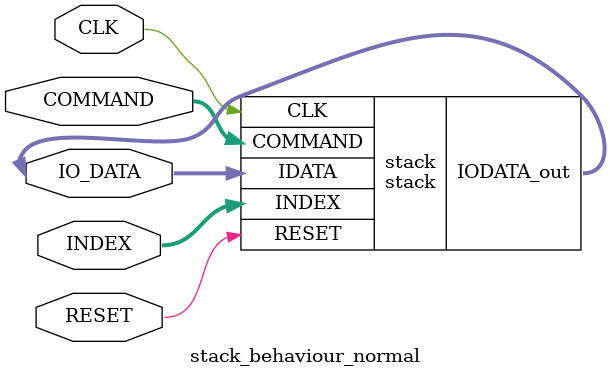
<source format=sv>
    module stack(output reg[3:0] IODATA_out, input wire RESET, CLK, input wire[1:0] COMMAND, input wire[2:0] INDEX, input wire[3:0] IDATA);
    int Counter = 0;
    int INDEX_GET;
    reg[3:0] cell0; 
    reg[3:0] cell1; 
    reg[3:0] cell2; 
    reg[3:0] cell3; 
    reg[3:0] cell4; 
    always @(*) begin
        case ({RESET})
            1'b0: begin
                case ({CLK})
                    1'b0: begin
                        IODATA_out = 4'bZZZZ;
                    end
                    1'b1: begin
                        case ({COMMAND})
                            2'b00: begin // nop
                                IODATA_out = 4'bZZZZ;
                            end
                            2'b01: begin // push
                                if (Counter % 5 == 0) begin
                                cell0 = IDATA;
                                end else if (Counter % 5 == 1) begin
                                cell1 = IDATA;
                                end else if  (Counter % 5 == 2) begin
                                cell2 = IDATA;
                                end else if  (Counter % 5 == 3) begin
                                cell3 = IDATA;
                                end else begin
                                cell4 = IDATA;
                                end
                                Counter = (Counter + 1) % 5;
                                IODATA_out = 4'bZZZZ;
                            end
                            2'b10: begin // pop
                                Counter = (Counter + 4) % 5;
                                if (Counter % 5 == 0) begin
                                IODATA_out = cell0;
                                end else if (Counter % 5 == 1) begin
                                IODATA_out = cell1;
                                end else if (Counter % 5 == 2) begin
                                IODATA_out = cell2;
                                end else if (Counter % 5 == 3) begin
                                IODATA_out = cell3;
                                end else  begin
                                IODATA_out = cell4;
                                end
                            end
                            2'b11: begin // get
                                INDEX_GET = (Counter + 9 - INDEX) % 5;
                                if (INDEX_GET % 5 == 0) begin
                                IODATA_out = cell0;
                                end else if (INDEX_GET % 5 == 1) begin
                                IODATA_out = cell1;
                                end else if (INDEX_GET % 5 == 2) begin
                                IODATA_out = cell2;
                                end else if (INDEX_GET % 5 == 3) begin
                                IODATA_out = cell3;
                                end else  begin
                                IODATA_out = cell4;
                                end
                            end
                        endcase
                    end                
                endcase
            end
            1'b1: begin
                Counter = 0;
                IODATA_out = 4'bZZZZ;
                cell0 = 0;
                cell1 = 0;
                cell2 = 0;
                cell3 = 0;
                cell4 = 0;               
            end
        endcase
    end
endmodule

module stack_behaviour_normal(
    input wire RESET, 
    input wire CLK, 
    input wire[1:0] COMMAND,
    input wire[2:0] INDEX,
    inout wire[3:0] IO_DATA
    );  
    stack stack(.IODATA_out(IO_DATA), .RESET(RESET), .CLK(CLK), .COMMAND(COMMAND), .INDEX(INDEX), .IDATA(IO_DATA));
    
endmodule
</source>
